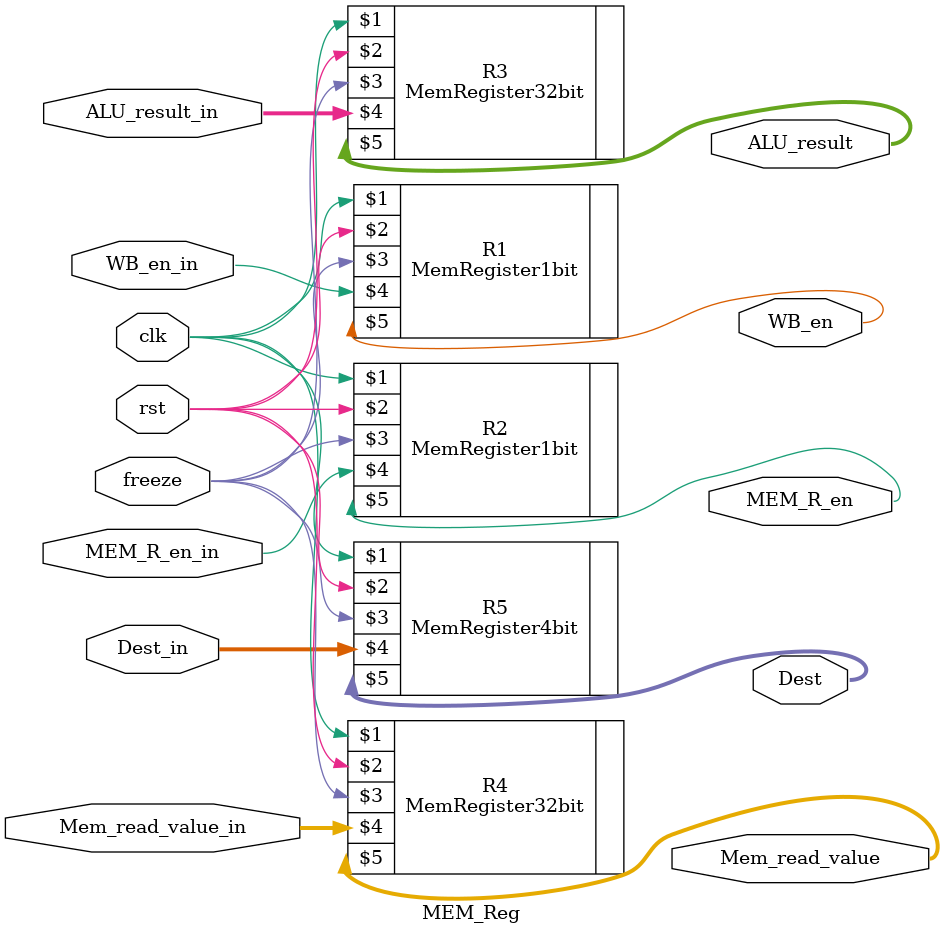
<source format=v>
`timescale 1ns/1ns

module MEM_Reg (
    input clk, rst, freeze,
    input WB_en_in, MEM_R_en_in,
    input [31:0] ALU_result_in, Mem_read_value_in,
    input [3:0] Dest_in,
    output WB_en, MEM_R_en,
    output [31:0] ALU_result, Mem_read_value,
    output [3:0] Dest
);

    MemRegister1bit R1(clk, rst, freeze, WB_en_in, WB_en);
    MemRegister1bit R2(clk, rst, freeze, MEM_R_en_in, MEM_R_en);
    MemRegister32bit R3(clk, rst, freeze, ALU_result_in, ALU_result);
    MemRegister32bit R4(clk, rst, freeze, Mem_read_value_in, Mem_read_value);
    MemRegister4bit R5(clk, rst, freeze, Dest_in, Dest);
    
endmodule

</source>
